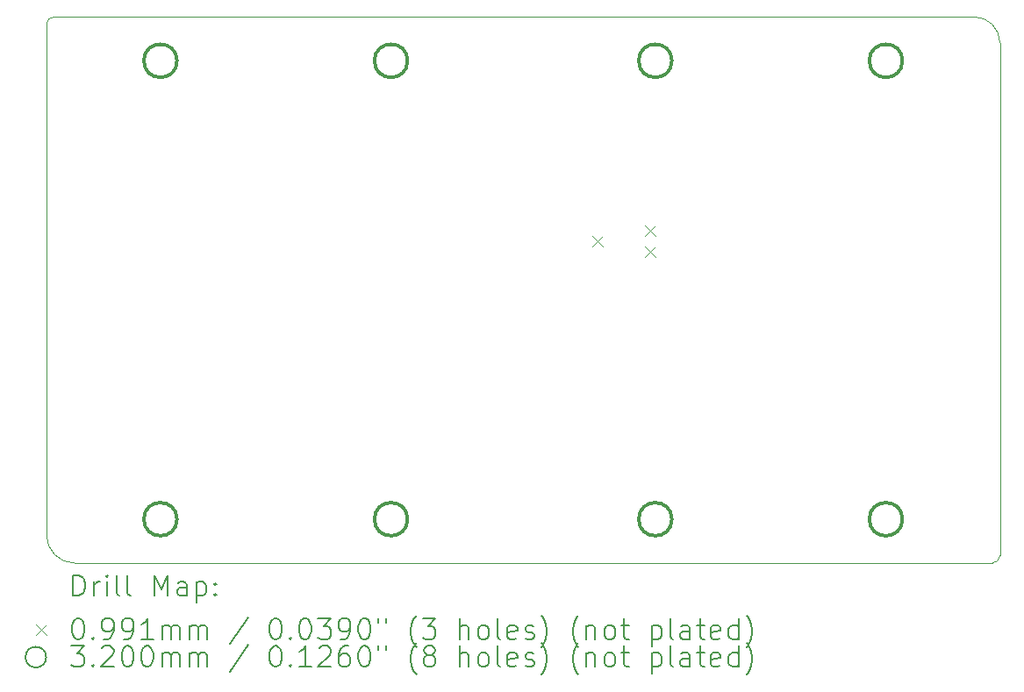
<source format=gbr>
%TF.GenerationSoftware,KiCad,Pcbnew,9.0.0*%
%TF.CreationDate,2025-03-19T00:35:25-07:00*%
%TF.ProjectId,Telemetry_STM32_V3,54656c65-6d65-4747-9279-5f53544d3332,rev?*%
%TF.SameCoordinates,Original*%
%TF.FileFunction,Drillmap*%
%TF.FilePolarity,Positive*%
%FSLAX45Y45*%
G04 Gerber Fmt 4.5, Leading zero omitted, Abs format (unit mm)*
G04 Created by KiCad (PCBNEW 9.0.0) date 2025-03-19 00:35:25*
%MOMM*%
%LPD*%
G01*
G04 APERTURE LIST*
%ADD10C,0.050000*%
%ADD11C,0.200000*%
%ADD12C,0.100000*%
%ADD13C,0.320000*%
G04 APERTURE END LIST*
D10*
X19350000Y-8550000D02*
G75*
G02*
X19600000Y-8800000I0J-250000D01*
G01*
X10400000Y-13550000D02*
X10400000Y-8625000D01*
X10400000Y-8625000D02*
G75*
G02*
X10475000Y-8550000I75000J0D01*
G01*
X10475000Y-8550000D02*
X19350000Y-8550000D01*
X10675000Y-13825000D02*
G75*
G02*
X10400000Y-13550000I0J275000D01*
G01*
X19600000Y-13750000D02*
G75*
G02*
X19525000Y-13825000I-75000J0D01*
G01*
X19600000Y-8800000D02*
X19600000Y-13750000D01*
X19525000Y-13825000D02*
X10675000Y-13825000D01*
D11*
D12*
X15669470Y-10663970D02*
X15768530Y-10763030D01*
X15768530Y-10663970D02*
X15669470Y-10763030D01*
X16177470Y-10562370D02*
X16276530Y-10661430D01*
X16276530Y-10562370D02*
X16177470Y-10661430D01*
X16177470Y-10765570D02*
X16276530Y-10864630D01*
X16276530Y-10765570D02*
X16177470Y-10864630D01*
D13*
X11660000Y-8975000D02*
G75*
G02*
X11340000Y-8975000I-160000J0D01*
G01*
X11340000Y-8975000D02*
G75*
G02*
X11660000Y-8975000I160000J0D01*
G01*
X11660000Y-13400000D02*
G75*
G02*
X11340000Y-13400000I-160000J0D01*
G01*
X11340000Y-13400000D02*
G75*
G02*
X11660000Y-13400000I160000J0D01*
G01*
X13885000Y-8975000D02*
G75*
G02*
X13565000Y-8975000I-160000J0D01*
G01*
X13565000Y-8975000D02*
G75*
G02*
X13885000Y-8975000I160000J0D01*
G01*
X13885000Y-13400000D02*
G75*
G02*
X13565000Y-13400000I-160000J0D01*
G01*
X13565000Y-13400000D02*
G75*
G02*
X13885000Y-13400000I160000J0D01*
G01*
X16435000Y-8975000D02*
G75*
G02*
X16115000Y-8975000I-160000J0D01*
G01*
X16115000Y-8975000D02*
G75*
G02*
X16435000Y-8975000I160000J0D01*
G01*
X16435000Y-13400000D02*
G75*
G02*
X16115000Y-13400000I-160000J0D01*
G01*
X16115000Y-13400000D02*
G75*
G02*
X16435000Y-13400000I160000J0D01*
G01*
X18660000Y-8975000D02*
G75*
G02*
X18340000Y-8975000I-160000J0D01*
G01*
X18340000Y-8975000D02*
G75*
G02*
X18660000Y-8975000I160000J0D01*
G01*
X18660000Y-13400000D02*
G75*
G02*
X18340000Y-13400000I-160000J0D01*
G01*
X18340000Y-13400000D02*
G75*
G02*
X18660000Y-13400000I160000J0D01*
G01*
D11*
X10658277Y-14138984D02*
X10658277Y-13938984D01*
X10658277Y-13938984D02*
X10705896Y-13938984D01*
X10705896Y-13938984D02*
X10734467Y-13948508D01*
X10734467Y-13948508D02*
X10753515Y-13967555D01*
X10753515Y-13967555D02*
X10763039Y-13986603D01*
X10763039Y-13986603D02*
X10772563Y-14024698D01*
X10772563Y-14024698D02*
X10772563Y-14053269D01*
X10772563Y-14053269D02*
X10763039Y-14091365D01*
X10763039Y-14091365D02*
X10753515Y-14110412D01*
X10753515Y-14110412D02*
X10734467Y-14129460D01*
X10734467Y-14129460D02*
X10705896Y-14138984D01*
X10705896Y-14138984D02*
X10658277Y-14138984D01*
X10858277Y-14138984D02*
X10858277Y-14005650D01*
X10858277Y-14043746D02*
X10867801Y-14024698D01*
X10867801Y-14024698D02*
X10877324Y-14015174D01*
X10877324Y-14015174D02*
X10896372Y-14005650D01*
X10896372Y-14005650D02*
X10915420Y-14005650D01*
X10982086Y-14138984D02*
X10982086Y-14005650D01*
X10982086Y-13938984D02*
X10972563Y-13948508D01*
X10972563Y-13948508D02*
X10982086Y-13958031D01*
X10982086Y-13958031D02*
X10991610Y-13948508D01*
X10991610Y-13948508D02*
X10982086Y-13938984D01*
X10982086Y-13938984D02*
X10982086Y-13958031D01*
X11105896Y-14138984D02*
X11086848Y-14129460D01*
X11086848Y-14129460D02*
X11077324Y-14110412D01*
X11077324Y-14110412D02*
X11077324Y-13938984D01*
X11210658Y-14138984D02*
X11191610Y-14129460D01*
X11191610Y-14129460D02*
X11182086Y-14110412D01*
X11182086Y-14110412D02*
X11182086Y-13938984D01*
X11439229Y-14138984D02*
X11439229Y-13938984D01*
X11439229Y-13938984D02*
X11505896Y-14081841D01*
X11505896Y-14081841D02*
X11572562Y-13938984D01*
X11572562Y-13938984D02*
X11572562Y-14138984D01*
X11753515Y-14138984D02*
X11753515Y-14034222D01*
X11753515Y-14034222D02*
X11743991Y-14015174D01*
X11743991Y-14015174D02*
X11724943Y-14005650D01*
X11724943Y-14005650D02*
X11686848Y-14005650D01*
X11686848Y-14005650D02*
X11667801Y-14015174D01*
X11753515Y-14129460D02*
X11734467Y-14138984D01*
X11734467Y-14138984D02*
X11686848Y-14138984D01*
X11686848Y-14138984D02*
X11667801Y-14129460D01*
X11667801Y-14129460D02*
X11658277Y-14110412D01*
X11658277Y-14110412D02*
X11658277Y-14091365D01*
X11658277Y-14091365D02*
X11667801Y-14072317D01*
X11667801Y-14072317D02*
X11686848Y-14062793D01*
X11686848Y-14062793D02*
X11734467Y-14062793D01*
X11734467Y-14062793D02*
X11753515Y-14053269D01*
X11848753Y-14005650D02*
X11848753Y-14205650D01*
X11848753Y-14015174D02*
X11867801Y-14005650D01*
X11867801Y-14005650D02*
X11905896Y-14005650D01*
X11905896Y-14005650D02*
X11924943Y-14015174D01*
X11924943Y-14015174D02*
X11934467Y-14024698D01*
X11934467Y-14024698D02*
X11943991Y-14043746D01*
X11943991Y-14043746D02*
X11943991Y-14100888D01*
X11943991Y-14100888D02*
X11934467Y-14119936D01*
X11934467Y-14119936D02*
X11924943Y-14129460D01*
X11924943Y-14129460D02*
X11905896Y-14138984D01*
X11905896Y-14138984D02*
X11867801Y-14138984D01*
X11867801Y-14138984D02*
X11848753Y-14129460D01*
X12029705Y-14119936D02*
X12039229Y-14129460D01*
X12039229Y-14129460D02*
X12029705Y-14138984D01*
X12029705Y-14138984D02*
X12020182Y-14129460D01*
X12020182Y-14129460D02*
X12029705Y-14119936D01*
X12029705Y-14119936D02*
X12029705Y-14138984D01*
X12029705Y-14015174D02*
X12039229Y-14024698D01*
X12039229Y-14024698D02*
X12029705Y-14034222D01*
X12029705Y-14034222D02*
X12020182Y-14024698D01*
X12020182Y-14024698D02*
X12029705Y-14015174D01*
X12029705Y-14015174D02*
X12029705Y-14034222D01*
D12*
X10298440Y-14417970D02*
X10397500Y-14517030D01*
X10397500Y-14417970D02*
X10298440Y-14517030D01*
D11*
X10696372Y-14358984D02*
X10715420Y-14358984D01*
X10715420Y-14358984D02*
X10734467Y-14368508D01*
X10734467Y-14368508D02*
X10743991Y-14378031D01*
X10743991Y-14378031D02*
X10753515Y-14397079D01*
X10753515Y-14397079D02*
X10763039Y-14435174D01*
X10763039Y-14435174D02*
X10763039Y-14482793D01*
X10763039Y-14482793D02*
X10753515Y-14520888D01*
X10753515Y-14520888D02*
X10743991Y-14539936D01*
X10743991Y-14539936D02*
X10734467Y-14549460D01*
X10734467Y-14549460D02*
X10715420Y-14558984D01*
X10715420Y-14558984D02*
X10696372Y-14558984D01*
X10696372Y-14558984D02*
X10677324Y-14549460D01*
X10677324Y-14549460D02*
X10667801Y-14539936D01*
X10667801Y-14539936D02*
X10658277Y-14520888D01*
X10658277Y-14520888D02*
X10648753Y-14482793D01*
X10648753Y-14482793D02*
X10648753Y-14435174D01*
X10648753Y-14435174D02*
X10658277Y-14397079D01*
X10658277Y-14397079D02*
X10667801Y-14378031D01*
X10667801Y-14378031D02*
X10677324Y-14368508D01*
X10677324Y-14368508D02*
X10696372Y-14358984D01*
X10848753Y-14539936D02*
X10858277Y-14549460D01*
X10858277Y-14549460D02*
X10848753Y-14558984D01*
X10848753Y-14558984D02*
X10839229Y-14549460D01*
X10839229Y-14549460D02*
X10848753Y-14539936D01*
X10848753Y-14539936D02*
X10848753Y-14558984D01*
X10953515Y-14558984D02*
X10991610Y-14558984D01*
X10991610Y-14558984D02*
X11010658Y-14549460D01*
X11010658Y-14549460D02*
X11020182Y-14539936D01*
X11020182Y-14539936D02*
X11039229Y-14511365D01*
X11039229Y-14511365D02*
X11048753Y-14473269D01*
X11048753Y-14473269D02*
X11048753Y-14397079D01*
X11048753Y-14397079D02*
X11039229Y-14378031D01*
X11039229Y-14378031D02*
X11029705Y-14368508D01*
X11029705Y-14368508D02*
X11010658Y-14358984D01*
X11010658Y-14358984D02*
X10972563Y-14358984D01*
X10972563Y-14358984D02*
X10953515Y-14368508D01*
X10953515Y-14368508D02*
X10943991Y-14378031D01*
X10943991Y-14378031D02*
X10934467Y-14397079D01*
X10934467Y-14397079D02*
X10934467Y-14444698D01*
X10934467Y-14444698D02*
X10943991Y-14463746D01*
X10943991Y-14463746D02*
X10953515Y-14473269D01*
X10953515Y-14473269D02*
X10972563Y-14482793D01*
X10972563Y-14482793D02*
X11010658Y-14482793D01*
X11010658Y-14482793D02*
X11029705Y-14473269D01*
X11029705Y-14473269D02*
X11039229Y-14463746D01*
X11039229Y-14463746D02*
X11048753Y-14444698D01*
X11143991Y-14558984D02*
X11182086Y-14558984D01*
X11182086Y-14558984D02*
X11201134Y-14549460D01*
X11201134Y-14549460D02*
X11210658Y-14539936D01*
X11210658Y-14539936D02*
X11229705Y-14511365D01*
X11229705Y-14511365D02*
X11239229Y-14473269D01*
X11239229Y-14473269D02*
X11239229Y-14397079D01*
X11239229Y-14397079D02*
X11229705Y-14378031D01*
X11229705Y-14378031D02*
X11220182Y-14368508D01*
X11220182Y-14368508D02*
X11201134Y-14358984D01*
X11201134Y-14358984D02*
X11163039Y-14358984D01*
X11163039Y-14358984D02*
X11143991Y-14368508D01*
X11143991Y-14368508D02*
X11134467Y-14378031D01*
X11134467Y-14378031D02*
X11124944Y-14397079D01*
X11124944Y-14397079D02*
X11124944Y-14444698D01*
X11124944Y-14444698D02*
X11134467Y-14463746D01*
X11134467Y-14463746D02*
X11143991Y-14473269D01*
X11143991Y-14473269D02*
X11163039Y-14482793D01*
X11163039Y-14482793D02*
X11201134Y-14482793D01*
X11201134Y-14482793D02*
X11220182Y-14473269D01*
X11220182Y-14473269D02*
X11229705Y-14463746D01*
X11229705Y-14463746D02*
X11239229Y-14444698D01*
X11429705Y-14558984D02*
X11315420Y-14558984D01*
X11372562Y-14558984D02*
X11372562Y-14358984D01*
X11372562Y-14358984D02*
X11353515Y-14387555D01*
X11353515Y-14387555D02*
X11334467Y-14406603D01*
X11334467Y-14406603D02*
X11315420Y-14416127D01*
X11515420Y-14558984D02*
X11515420Y-14425650D01*
X11515420Y-14444698D02*
X11524943Y-14435174D01*
X11524943Y-14435174D02*
X11543991Y-14425650D01*
X11543991Y-14425650D02*
X11572563Y-14425650D01*
X11572563Y-14425650D02*
X11591610Y-14435174D01*
X11591610Y-14435174D02*
X11601134Y-14454222D01*
X11601134Y-14454222D02*
X11601134Y-14558984D01*
X11601134Y-14454222D02*
X11610658Y-14435174D01*
X11610658Y-14435174D02*
X11629705Y-14425650D01*
X11629705Y-14425650D02*
X11658277Y-14425650D01*
X11658277Y-14425650D02*
X11677324Y-14435174D01*
X11677324Y-14435174D02*
X11686848Y-14454222D01*
X11686848Y-14454222D02*
X11686848Y-14558984D01*
X11782086Y-14558984D02*
X11782086Y-14425650D01*
X11782086Y-14444698D02*
X11791610Y-14435174D01*
X11791610Y-14435174D02*
X11810658Y-14425650D01*
X11810658Y-14425650D02*
X11839229Y-14425650D01*
X11839229Y-14425650D02*
X11858277Y-14435174D01*
X11858277Y-14435174D02*
X11867801Y-14454222D01*
X11867801Y-14454222D02*
X11867801Y-14558984D01*
X11867801Y-14454222D02*
X11877324Y-14435174D01*
X11877324Y-14435174D02*
X11896372Y-14425650D01*
X11896372Y-14425650D02*
X11924943Y-14425650D01*
X11924943Y-14425650D02*
X11943991Y-14435174D01*
X11943991Y-14435174D02*
X11953515Y-14454222D01*
X11953515Y-14454222D02*
X11953515Y-14558984D01*
X12343991Y-14349460D02*
X12172563Y-14606603D01*
X12601134Y-14358984D02*
X12620182Y-14358984D01*
X12620182Y-14358984D02*
X12639229Y-14368508D01*
X12639229Y-14368508D02*
X12648753Y-14378031D01*
X12648753Y-14378031D02*
X12658277Y-14397079D01*
X12658277Y-14397079D02*
X12667801Y-14435174D01*
X12667801Y-14435174D02*
X12667801Y-14482793D01*
X12667801Y-14482793D02*
X12658277Y-14520888D01*
X12658277Y-14520888D02*
X12648753Y-14539936D01*
X12648753Y-14539936D02*
X12639229Y-14549460D01*
X12639229Y-14549460D02*
X12620182Y-14558984D01*
X12620182Y-14558984D02*
X12601134Y-14558984D01*
X12601134Y-14558984D02*
X12582086Y-14549460D01*
X12582086Y-14549460D02*
X12572563Y-14539936D01*
X12572563Y-14539936D02*
X12563039Y-14520888D01*
X12563039Y-14520888D02*
X12553515Y-14482793D01*
X12553515Y-14482793D02*
X12553515Y-14435174D01*
X12553515Y-14435174D02*
X12563039Y-14397079D01*
X12563039Y-14397079D02*
X12572563Y-14378031D01*
X12572563Y-14378031D02*
X12582086Y-14368508D01*
X12582086Y-14368508D02*
X12601134Y-14358984D01*
X12753515Y-14539936D02*
X12763039Y-14549460D01*
X12763039Y-14549460D02*
X12753515Y-14558984D01*
X12753515Y-14558984D02*
X12743991Y-14549460D01*
X12743991Y-14549460D02*
X12753515Y-14539936D01*
X12753515Y-14539936D02*
X12753515Y-14558984D01*
X12886848Y-14358984D02*
X12905896Y-14358984D01*
X12905896Y-14358984D02*
X12924944Y-14368508D01*
X12924944Y-14368508D02*
X12934467Y-14378031D01*
X12934467Y-14378031D02*
X12943991Y-14397079D01*
X12943991Y-14397079D02*
X12953515Y-14435174D01*
X12953515Y-14435174D02*
X12953515Y-14482793D01*
X12953515Y-14482793D02*
X12943991Y-14520888D01*
X12943991Y-14520888D02*
X12934467Y-14539936D01*
X12934467Y-14539936D02*
X12924944Y-14549460D01*
X12924944Y-14549460D02*
X12905896Y-14558984D01*
X12905896Y-14558984D02*
X12886848Y-14558984D01*
X12886848Y-14558984D02*
X12867801Y-14549460D01*
X12867801Y-14549460D02*
X12858277Y-14539936D01*
X12858277Y-14539936D02*
X12848753Y-14520888D01*
X12848753Y-14520888D02*
X12839229Y-14482793D01*
X12839229Y-14482793D02*
X12839229Y-14435174D01*
X12839229Y-14435174D02*
X12848753Y-14397079D01*
X12848753Y-14397079D02*
X12858277Y-14378031D01*
X12858277Y-14378031D02*
X12867801Y-14368508D01*
X12867801Y-14368508D02*
X12886848Y-14358984D01*
X13020182Y-14358984D02*
X13143991Y-14358984D01*
X13143991Y-14358984D02*
X13077325Y-14435174D01*
X13077325Y-14435174D02*
X13105896Y-14435174D01*
X13105896Y-14435174D02*
X13124944Y-14444698D01*
X13124944Y-14444698D02*
X13134467Y-14454222D01*
X13134467Y-14454222D02*
X13143991Y-14473269D01*
X13143991Y-14473269D02*
X13143991Y-14520888D01*
X13143991Y-14520888D02*
X13134467Y-14539936D01*
X13134467Y-14539936D02*
X13124944Y-14549460D01*
X13124944Y-14549460D02*
X13105896Y-14558984D01*
X13105896Y-14558984D02*
X13048753Y-14558984D01*
X13048753Y-14558984D02*
X13029706Y-14549460D01*
X13029706Y-14549460D02*
X13020182Y-14539936D01*
X13239229Y-14558984D02*
X13277325Y-14558984D01*
X13277325Y-14558984D02*
X13296372Y-14549460D01*
X13296372Y-14549460D02*
X13305896Y-14539936D01*
X13305896Y-14539936D02*
X13324944Y-14511365D01*
X13324944Y-14511365D02*
X13334467Y-14473269D01*
X13334467Y-14473269D02*
X13334467Y-14397079D01*
X13334467Y-14397079D02*
X13324944Y-14378031D01*
X13324944Y-14378031D02*
X13315420Y-14368508D01*
X13315420Y-14368508D02*
X13296372Y-14358984D01*
X13296372Y-14358984D02*
X13258277Y-14358984D01*
X13258277Y-14358984D02*
X13239229Y-14368508D01*
X13239229Y-14368508D02*
X13229706Y-14378031D01*
X13229706Y-14378031D02*
X13220182Y-14397079D01*
X13220182Y-14397079D02*
X13220182Y-14444698D01*
X13220182Y-14444698D02*
X13229706Y-14463746D01*
X13229706Y-14463746D02*
X13239229Y-14473269D01*
X13239229Y-14473269D02*
X13258277Y-14482793D01*
X13258277Y-14482793D02*
X13296372Y-14482793D01*
X13296372Y-14482793D02*
X13315420Y-14473269D01*
X13315420Y-14473269D02*
X13324944Y-14463746D01*
X13324944Y-14463746D02*
X13334467Y-14444698D01*
X13458277Y-14358984D02*
X13477325Y-14358984D01*
X13477325Y-14358984D02*
X13496372Y-14368508D01*
X13496372Y-14368508D02*
X13505896Y-14378031D01*
X13505896Y-14378031D02*
X13515420Y-14397079D01*
X13515420Y-14397079D02*
X13524944Y-14435174D01*
X13524944Y-14435174D02*
X13524944Y-14482793D01*
X13524944Y-14482793D02*
X13515420Y-14520888D01*
X13515420Y-14520888D02*
X13505896Y-14539936D01*
X13505896Y-14539936D02*
X13496372Y-14549460D01*
X13496372Y-14549460D02*
X13477325Y-14558984D01*
X13477325Y-14558984D02*
X13458277Y-14558984D01*
X13458277Y-14558984D02*
X13439229Y-14549460D01*
X13439229Y-14549460D02*
X13429706Y-14539936D01*
X13429706Y-14539936D02*
X13420182Y-14520888D01*
X13420182Y-14520888D02*
X13410658Y-14482793D01*
X13410658Y-14482793D02*
X13410658Y-14435174D01*
X13410658Y-14435174D02*
X13420182Y-14397079D01*
X13420182Y-14397079D02*
X13429706Y-14378031D01*
X13429706Y-14378031D02*
X13439229Y-14368508D01*
X13439229Y-14368508D02*
X13458277Y-14358984D01*
X13601134Y-14358984D02*
X13601134Y-14397079D01*
X13677325Y-14358984D02*
X13677325Y-14397079D01*
X13972563Y-14635174D02*
X13963039Y-14625650D01*
X13963039Y-14625650D02*
X13943991Y-14597079D01*
X13943991Y-14597079D02*
X13934468Y-14578031D01*
X13934468Y-14578031D02*
X13924944Y-14549460D01*
X13924944Y-14549460D02*
X13915420Y-14501841D01*
X13915420Y-14501841D02*
X13915420Y-14463746D01*
X13915420Y-14463746D02*
X13924944Y-14416127D01*
X13924944Y-14416127D02*
X13934468Y-14387555D01*
X13934468Y-14387555D02*
X13943991Y-14368508D01*
X13943991Y-14368508D02*
X13963039Y-14339936D01*
X13963039Y-14339936D02*
X13972563Y-14330412D01*
X14029706Y-14358984D02*
X14153515Y-14358984D01*
X14153515Y-14358984D02*
X14086848Y-14435174D01*
X14086848Y-14435174D02*
X14115420Y-14435174D01*
X14115420Y-14435174D02*
X14134468Y-14444698D01*
X14134468Y-14444698D02*
X14143991Y-14454222D01*
X14143991Y-14454222D02*
X14153515Y-14473269D01*
X14153515Y-14473269D02*
X14153515Y-14520888D01*
X14153515Y-14520888D02*
X14143991Y-14539936D01*
X14143991Y-14539936D02*
X14134468Y-14549460D01*
X14134468Y-14549460D02*
X14115420Y-14558984D01*
X14115420Y-14558984D02*
X14058277Y-14558984D01*
X14058277Y-14558984D02*
X14039229Y-14549460D01*
X14039229Y-14549460D02*
X14029706Y-14539936D01*
X14391610Y-14558984D02*
X14391610Y-14358984D01*
X14477325Y-14558984D02*
X14477325Y-14454222D01*
X14477325Y-14454222D02*
X14467801Y-14435174D01*
X14467801Y-14435174D02*
X14448753Y-14425650D01*
X14448753Y-14425650D02*
X14420182Y-14425650D01*
X14420182Y-14425650D02*
X14401134Y-14435174D01*
X14401134Y-14435174D02*
X14391610Y-14444698D01*
X14601134Y-14558984D02*
X14582087Y-14549460D01*
X14582087Y-14549460D02*
X14572563Y-14539936D01*
X14572563Y-14539936D02*
X14563039Y-14520888D01*
X14563039Y-14520888D02*
X14563039Y-14463746D01*
X14563039Y-14463746D02*
X14572563Y-14444698D01*
X14572563Y-14444698D02*
X14582087Y-14435174D01*
X14582087Y-14435174D02*
X14601134Y-14425650D01*
X14601134Y-14425650D02*
X14629706Y-14425650D01*
X14629706Y-14425650D02*
X14648753Y-14435174D01*
X14648753Y-14435174D02*
X14658277Y-14444698D01*
X14658277Y-14444698D02*
X14667801Y-14463746D01*
X14667801Y-14463746D02*
X14667801Y-14520888D01*
X14667801Y-14520888D02*
X14658277Y-14539936D01*
X14658277Y-14539936D02*
X14648753Y-14549460D01*
X14648753Y-14549460D02*
X14629706Y-14558984D01*
X14629706Y-14558984D02*
X14601134Y-14558984D01*
X14782087Y-14558984D02*
X14763039Y-14549460D01*
X14763039Y-14549460D02*
X14753515Y-14530412D01*
X14753515Y-14530412D02*
X14753515Y-14358984D01*
X14934468Y-14549460D02*
X14915420Y-14558984D01*
X14915420Y-14558984D02*
X14877325Y-14558984D01*
X14877325Y-14558984D02*
X14858277Y-14549460D01*
X14858277Y-14549460D02*
X14848753Y-14530412D01*
X14848753Y-14530412D02*
X14848753Y-14454222D01*
X14848753Y-14454222D02*
X14858277Y-14435174D01*
X14858277Y-14435174D02*
X14877325Y-14425650D01*
X14877325Y-14425650D02*
X14915420Y-14425650D01*
X14915420Y-14425650D02*
X14934468Y-14435174D01*
X14934468Y-14435174D02*
X14943991Y-14454222D01*
X14943991Y-14454222D02*
X14943991Y-14473269D01*
X14943991Y-14473269D02*
X14848753Y-14492317D01*
X15020182Y-14549460D02*
X15039230Y-14558984D01*
X15039230Y-14558984D02*
X15077325Y-14558984D01*
X15077325Y-14558984D02*
X15096372Y-14549460D01*
X15096372Y-14549460D02*
X15105896Y-14530412D01*
X15105896Y-14530412D02*
X15105896Y-14520888D01*
X15105896Y-14520888D02*
X15096372Y-14501841D01*
X15096372Y-14501841D02*
X15077325Y-14492317D01*
X15077325Y-14492317D02*
X15048753Y-14492317D01*
X15048753Y-14492317D02*
X15029706Y-14482793D01*
X15029706Y-14482793D02*
X15020182Y-14463746D01*
X15020182Y-14463746D02*
X15020182Y-14454222D01*
X15020182Y-14454222D02*
X15029706Y-14435174D01*
X15029706Y-14435174D02*
X15048753Y-14425650D01*
X15048753Y-14425650D02*
X15077325Y-14425650D01*
X15077325Y-14425650D02*
X15096372Y-14435174D01*
X15172563Y-14635174D02*
X15182087Y-14625650D01*
X15182087Y-14625650D02*
X15201134Y-14597079D01*
X15201134Y-14597079D02*
X15210658Y-14578031D01*
X15210658Y-14578031D02*
X15220182Y-14549460D01*
X15220182Y-14549460D02*
X15229706Y-14501841D01*
X15229706Y-14501841D02*
X15229706Y-14463746D01*
X15229706Y-14463746D02*
X15220182Y-14416127D01*
X15220182Y-14416127D02*
X15210658Y-14387555D01*
X15210658Y-14387555D02*
X15201134Y-14368508D01*
X15201134Y-14368508D02*
X15182087Y-14339936D01*
X15182087Y-14339936D02*
X15172563Y-14330412D01*
X15534468Y-14635174D02*
X15524944Y-14625650D01*
X15524944Y-14625650D02*
X15505896Y-14597079D01*
X15505896Y-14597079D02*
X15496372Y-14578031D01*
X15496372Y-14578031D02*
X15486849Y-14549460D01*
X15486849Y-14549460D02*
X15477325Y-14501841D01*
X15477325Y-14501841D02*
X15477325Y-14463746D01*
X15477325Y-14463746D02*
X15486849Y-14416127D01*
X15486849Y-14416127D02*
X15496372Y-14387555D01*
X15496372Y-14387555D02*
X15505896Y-14368508D01*
X15505896Y-14368508D02*
X15524944Y-14339936D01*
X15524944Y-14339936D02*
X15534468Y-14330412D01*
X15610658Y-14425650D02*
X15610658Y-14558984D01*
X15610658Y-14444698D02*
X15620182Y-14435174D01*
X15620182Y-14435174D02*
X15639230Y-14425650D01*
X15639230Y-14425650D02*
X15667801Y-14425650D01*
X15667801Y-14425650D02*
X15686849Y-14435174D01*
X15686849Y-14435174D02*
X15696372Y-14454222D01*
X15696372Y-14454222D02*
X15696372Y-14558984D01*
X15820182Y-14558984D02*
X15801134Y-14549460D01*
X15801134Y-14549460D02*
X15791611Y-14539936D01*
X15791611Y-14539936D02*
X15782087Y-14520888D01*
X15782087Y-14520888D02*
X15782087Y-14463746D01*
X15782087Y-14463746D02*
X15791611Y-14444698D01*
X15791611Y-14444698D02*
X15801134Y-14435174D01*
X15801134Y-14435174D02*
X15820182Y-14425650D01*
X15820182Y-14425650D02*
X15848753Y-14425650D01*
X15848753Y-14425650D02*
X15867801Y-14435174D01*
X15867801Y-14435174D02*
X15877325Y-14444698D01*
X15877325Y-14444698D02*
X15886849Y-14463746D01*
X15886849Y-14463746D02*
X15886849Y-14520888D01*
X15886849Y-14520888D02*
X15877325Y-14539936D01*
X15877325Y-14539936D02*
X15867801Y-14549460D01*
X15867801Y-14549460D02*
X15848753Y-14558984D01*
X15848753Y-14558984D02*
X15820182Y-14558984D01*
X15943992Y-14425650D02*
X16020182Y-14425650D01*
X15972563Y-14358984D02*
X15972563Y-14530412D01*
X15972563Y-14530412D02*
X15982087Y-14549460D01*
X15982087Y-14549460D02*
X16001134Y-14558984D01*
X16001134Y-14558984D02*
X16020182Y-14558984D01*
X16239230Y-14425650D02*
X16239230Y-14625650D01*
X16239230Y-14435174D02*
X16258277Y-14425650D01*
X16258277Y-14425650D02*
X16296373Y-14425650D01*
X16296373Y-14425650D02*
X16315420Y-14435174D01*
X16315420Y-14435174D02*
X16324944Y-14444698D01*
X16324944Y-14444698D02*
X16334468Y-14463746D01*
X16334468Y-14463746D02*
X16334468Y-14520888D01*
X16334468Y-14520888D02*
X16324944Y-14539936D01*
X16324944Y-14539936D02*
X16315420Y-14549460D01*
X16315420Y-14549460D02*
X16296373Y-14558984D01*
X16296373Y-14558984D02*
X16258277Y-14558984D01*
X16258277Y-14558984D02*
X16239230Y-14549460D01*
X16448753Y-14558984D02*
X16429706Y-14549460D01*
X16429706Y-14549460D02*
X16420182Y-14530412D01*
X16420182Y-14530412D02*
X16420182Y-14358984D01*
X16610658Y-14558984D02*
X16610658Y-14454222D01*
X16610658Y-14454222D02*
X16601134Y-14435174D01*
X16601134Y-14435174D02*
X16582087Y-14425650D01*
X16582087Y-14425650D02*
X16543992Y-14425650D01*
X16543992Y-14425650D02*
X16524944Y-14435174D01*
X16610658Y-14549460D02*
X16591611Y-14558984D01*
X16591611Y-14558984D02*
X16543992Y-14558984D01*
X16543992Y-14558984D02*
X16524944Y-14549460D01*
X16524944Y-14549460D02*
X16515420Y-14530412D01*
X16515420Y-14530412D02*
X16515420Y-14511365D01*
X16515420Y-14511365D02*
X16524944Y-14492317D01*
X16524944Y-14492317D02*
X16543992Y-14482793D01*
X16543992Y-14482793D02*
X16591611Y-14482793D01*
X16591611Y-14482793D02*
X16610658Y-14473269D01*
X16677325Y-14425650D02*
X16753515Y-14425650D01*
X16705896Y-14358984D02*
X16705896Y-14530412D01*
X16705896Y-14530412D02*
X16715420Y-14549460D01*
X16715420Y-14549460D02*
X16734468Y-14558984D01*
X16734468Y-14558984D02*
X16753515Y-14558984D01*
X16896373Y-14549460D02*
X16877325Y-14558984D01*
X16877325Y-14558984D02*
X16839230Y-14558984D01*
X16839230Y-14558984D02*
X16820182Y-14549460D01*
X16820182Y-14549460D02*
X16810658Y-14530412D01*
X16810658Y-14530412D02*
X16810658Y-14454222D01*
X16810658Y-14454222D02*
X16820182Y-14435174D01*
X16820182Y-14435174D02*
X16839230Y-14425650D01*
X16839230Y-14425650D02*
X16877325Y-14425650D01*
X16877325Y-14425650D02*
X16896373Y-14435174D01*
X16896373Y-14435174D02*
X16905896Y-14454222D01*
X16905896Y-14454222D02*
X16905896Y-14473269D01*
X16905896Y-14473269D02*
X16810658Y-14492317D01*
X17077325Y-14558984D02*
X17077325Y-14358984D01*
X17077325Y-14549460D02*
X17058277Y-14558984D01*
X17058277Y-14558984D02*
X17020182Y-14558984D01*
X17020182Y-14558984D02*
X17001135Y-14549460D01*
X17001135Y-14549460D02*
X16991611Y-14539936D01*
X16991611Y-14539936D02*
X16982087Y-14520888D01*
X16982087Y-14520888D02*
X16982087Y-14463746D01*
X16982087Y-14463746D02*
X16991611Y-14444698D01*
X16991611Y-14444698D02*
X17001135Y-14435174D01*
X17001135Y-14435174D02*
X17020182Y-14425650D01*
X17020182Y-14425650D02*
X17058277Y-14425650D01*
X17058277Y-14425650D02*
X17077325Y-14435174D01*
X17153516Y-14635174D02*
X17163039Y-14625650D01*
X17163039Y-14625650D02*
X17182087Y-14597079D01*
X17182087Y-14597079D02*
X17191611Y-14578031D01*
X17191611Y-14578031D02*
X17201135Y-14549460D01*
X17201135Y-14549460D02*
X17210658Y-14501841D01*
X17210658Y-14501841D02*
X17210658Y-14463746D01*
X17210658Y-14463746D02*
X17201135Y-14416127D01*
X17201135Y-14416127D02*
X17191611Y-14387555D01*
X17191611Y-14387555D02*
X17182087Y-14368508D01*
X17182087Y-14368508D02*
X17163039Y-14339936D01*
X17163039Y-14339936D02*
X17153516Y-14330412D01*
X10397500Y-14731500D02*
G75*
G02*
X10197500Y-14731500I-100000J0D01*
G01*
X10197500Y-14731500D02*
G75*
G02*
X10397500Y-14731500I100000J0D01*
G01*
X10639229Y-14622984D02*
X10763039Y-14622984D01*
X10763039Y-14622984D02*
X10696372Y-14699174D01*
X10696372Y-14699174D02*
X10724944Y-14699174D01*
X10724944Y-14699174D02*
X10743991Y-14708698D01*
X10743991Y-14708698D02*
X10753515Y-14718222D01*
X10753515Y-14718222D02*
X10763039Y-14737269D01*
X10763039Y-14737269D02*
X10763039Y-14784888D01*
X10763039Y-14784888D02*
X10753515Y-14803936D01*
X10753515Y-14803936D02*
X10743991Y-14813460D01*
X10743991Y-14813460D02*
X10724944Y-14822984D01*
X10724944Y-14822984D02*
X10667801Y-14822984D01*
X10667801Y-14822984D02*
X10648753Y-14813460D01*
X10648753Y-14813460D02*
X10639229Y-14803936D01*
X10848753Y-14803936D02*
X10858277Y-14813460D01*
X10858277Y-14813460D02*
X10848753Y-14822984D01*
X10848753Y-14822984D02*
X10839229Y-14813460D01*
X10839229Y-14813460D02*
X10848753Y-14803936D01*
X10848753Y-14803936D02*
X10848753Y-14822984D01*
X10934467Y-14642031D02*
X10943991Y-14632508D01*
X10943991Y-14632508D02*
X10963039Y-14622984D01*
X10963039Y-14622984D02*
X11010658Y-14622984D01*
X11010658Y-14622984D02*
X11029705Y-14632508D01*
X11029705Y-14632508D02*
X11039229Y-14642031D01*
X11039229Y-14642031D02*
X11048753Y-14661079D01*
X11048753Y-14661079D02*
X11048753Y-14680127D01*
X11048753Y-14680127D02*
X11039229Y-14708698D01*
X11039229Y-14708698D02*
X10924944Y-14822984D01*
X10924944Y-14822984D02*
X11048753Y-14822984D01*
X11172563Y-14622984D02*
X11191610Y-14622984D01*
X11191610Y-14622984D02*
X11210658Y-14632508D01*
X11210658Y-14632508D02*
X11220182Y-14642031D01*
X11220182Y-14642031D02*
X11229705Y-14661079D01*
X11229705Y-14661079D02*
X11239229Y-14699174D01*
X11239229Y-14699174D02*
X11239229Y-14746793D01*
X11239229Y-14746793D02*
X11229705Y-14784888D01*
X11229705Y-14784888D02*
X11220182Y-14803936D01*
X11220182Y-14803936D02*
X11210658Y-14813460D01*
X11210658Y-14813460D02*
X11191610Y-14822984D01*
X11191610Y-14822984D02*
X11172563Y-14822984D01*
X11172563Y-14822984D02*
X11153515Y-14813460D01*
X11153515Y-14813460D02*
X11143991Y-14803936D01*
X11143991Y-14803936D02*
X11134467Y-14784888D01*
X11134467Y-14784888D02*
X11124944Y-14746793D01*
X11124944Y-14746793D02*
X11124944Y-14699174D01*
X11124944Y-14699174D02*
X11134467Y-14661079D01*
X11134467Y-14661079D02*
X11143991Y-14642031D01*
X11143991Y-14642031D02*
X11153515Y-14632508D01*
X11153515Y-14632508D02*
X11172563Y-14622984D01*
X11363039Y-14622984D02*
X11382086Y-14622984D01*
X11382086Y-14622984D02*
X11401134Y-14632508D01*
X11401134Y-14632508D02*
X11410658Y-14642031D01*
X11410658Y-14642031D02*
X11420182Y-14661079D01*
X11420182Y-14661079D02*
X11429705Y-14699174D01*
X11429705Y-14699174D02*
X11429705Y-14746793D01*
X11429705Y-14746793D02*
X11420182Y-14784888D01*
X11420182Y-14784888D02*
X11410658Y-14803936D01*
X11410658Y-14803936D02*
X11401134Y-14813460D01*
X11401134Y-14813460D02*
X11382086Y-14822984D01*
X11382086Y-14822984D02*
X11363039Y-14822984D01*
X11363039Y-14822984D02*
X11343991Y-14813460D01*
X11343991Y-14813460D02*
X11334467Y-14803936D01*
X11334467Y-14803936D02*
X11324943Y-14784888D01*
X11324943Y-14784888D02*
X11315420Y-14746793D01*
X11315420Y-14746793D02*
X11315420Y-14699174D01*
X11315420Y-14699174D02*
X11324943Y-14661079D01*
X11324943Y-14661079D02*
X11334467Y-14642031D01*
X11334467Y-14642031D02*
X11343991Y-14632508D01*
X11343991Y-14632508D02*
X11363039Y-14622984D01*
X11515420Y-14822984D02*
X11515420Y-14689650D01*
X11515420Y-14708698D02*
X11524943Y-14699174D01*
X11524943Y-14699174D02*
X11543991Y-14689650D01*
X11543991Y-14689650D02*
X11572563Y-14689650D01*
X11572563Y-14689650D02*
X11591610Y-14699174D01*
X11591610Y-14699174D02*
X11601134Y-14718222D01*
X11601134Y-14718222D02*
X11601134Y-14822984D01*
X11601134Y-14718222D02*
X11610658Y-14699174D01*
X11610658Y-14699174D02*
X11629705Y-14689650D01*
X11629705Y-14689650D02*
X11658277Y-14689650D01*
X11658277Y-14689650D02*
X11677324Y-14699174D01*
X11677324Y-14699174D02*
X11686848Y-14718222D01*
X11686848Y-14718222D02*
X11686848Y-14822984D01*
X11782086Y-14822984D02*
X11782086Y-14689650D01*
X11782086Y-14708698D02*
X11791610Y-14699174D01*
X11791610Y-14699174D02*
X11810658Y-14689650D01*
X11810658Y-14689650D02*
X11839229Y-14689650D01*
X11839229Y-14689650D02*
X11858277Y-14699174D01*
X11858277Y-14699174D02*
X11867801Y-14718222D01*
X11867801Y-14718222D02*
X11867801Y-14822984D01*
X11867801Y-14718222D02*
X11877324Y-14699174D01*
X11877324Y-14699174D02*
X11896372Y-14689650D01*
X11896372Y-14689650D02*
X11924943Y-14689650D01*
X11924943Y-14689650D02*
X11943991Y-14699174D01*
X11943991Y-14699174D02*
X11953515Y-14718222D01*
X11953515Y-14718222D02*
X11953515Y-14822984D01*
X12343991Y-14613460D02*
X12172563Y-14870603D01*
X12601134Y-14622984D02*
X12620182Y-14622984D01*
X12620182Y-14622984D02*
X12639229Y-14632508D01*
X12639229Y-14632508D02*
X12648753Y-14642031D01*
X12648753Y-14642031D02*
X12658277Y-14661079D01*
X12658277Y-14661079D02*
X12667801Y-14699174D01*
X12667801Y-14699174D02*
X12667801Y-14746793D01*
X12667801Y-14746793D02*
X12658277Y-14784888D01*
X12658277Y-14784888D02*
X12648753Y-14803936D01*
X12648753Y-14803936D02*
X12639229Y-14813460D01*
X12639229Y-14813460D02*
X12620182Y-14822984D01*
X12620182Y-14822984D02*
X12601134Y-14822984D01*
X12601134Y-14822984D02*
X12582086Y-14813460D01*
X12582086Y-14813460D02*
X12572563Y-14803936D01*
X12572563Y-14803936D02*
X12563039Y-14784888D01*
X12563039Y-14784888D02*
X12553515Y-14746793D01*
X12553515Y-14746793D02*
X12553515Y-14699174D01*
X12553515Y-14699174D02*
X12563039Y-14661079D01*
X12563039Y-14661079D02*
X12572563Y-14642031D01*
X12572563Y-14642031D02*
X12582086Y-14632508D01*
X12582086Y-14632508D02*
X12601134Y-14622984D01*
X12753515Y-14803936D02*
X12763039Y-14813460D01*
X12763039Y-14813460D02*
X12753515Y-14822984D01*
X12753515Y-14822984D02*
X12743991Y-14813460D01*
X12743991Y-14813460D02*
X12753515Y-14803936D01*
X12753515Y-14803936D02*
X12753515Y-14822984D01*
X12953515Y-14822984D02*
X12839229Y-14822984D01*
X12896372Y-14822984D02*
X12896372Y-14622984D01*
X12896372Y-14622984D02*
X12877325Y-14651555D01*
X12877325Y-14651555D02*
X12858277Y-14670603D01*
X12858277Y-14670603D02*
X12839229Y-14680127D01*
X13029706Y-14642031D02*
X13039229Y-14632508D01*
X13039229Y-14632508D02*
X13058277Y-14622984D01*
X13058277Y-14622984D02*
X13105896Y-14622984D01*
X13105896Y-14622984D02*
X13124944Y-14632508D01*
X13124944Y-14632508D02*
X13134467Y-14642031D01*
X13134467Y-14642031D02*
X13143991Y-14661079D01*
X13143991Y-14661079D02*
X13143991Y-14680127D01*
X13143991Y-14680127D02*
X13134467Y-14708698D01*
X13134467Y-14708698D02*
X13020182Y-14822984D01*
X13020182Y-14822984D02*
X13143991Y-14822984D01*
X13315420Y-14622984D02*
X13277325Y-14622984D01*
X13277325Y-14622984D02*
X13258277Y-14632508D01*
X13258277Y-14632508D02*
X13248753Y-14642031D01*
X13248753Y-14642031D02*
X13229706Y-14670603D01*
X13229706Y-14670603D02*
X13220182Y-14708698D01*
X13220182Y-14708698D02*
X13220182Y-14784888D01*
X13220182Y-14784888D02*
X13229706Y-14803936D01*
X13229706Y-14803936D02*
X13239229Y-14813460D01*
X13239229Y-14813460D02*
X13258277Y-14822984D01*
X13258277Y-14822984D02*
X13296372Y-14822984D01*
X13296372Y-14822984D02*
X13315420Y-14813460D01*
X13315420Y-14813460D02*
X13324944Y-14803936D01*
X13324944Y-14803936D02*
X13334467Y-14784888D01*
X13334467Y-14784888D02*
X13334467Y-14737269D01*
X13334467Y-14737269D02*
X13324944Y-14718222D01*
X13324944Y-14718222D02*
X13315420Y-14708698D01*
X13315420Y-14708698D02*
X13296372Y-14699174D01*
X13296372Y-14699174D02*
X13258277Y-14699174D01*
X13258277Y-14699174D02*
X13239229Y-14708698D01*
X13239229Y-14708698D02*
X13229706Y-14718222D01*
X13229706Y-14718222D02*
X13220182Y-14737269D01*
X13458277Y-14622984D02*
X13477325Y-14622984D01*
X13477325Y-14622984D02*
X13496372Y-14632508D01*
X13496372Y-14632508D02*
X13505896Y-14642031D01*
X13505896Y-14642031D02*
X13515420Y-14661079D01*
X13515420Y-14661079D02*
X13524944Y-14699174D01*
X13524944Y-14699174D02*
X13524944Y-14746793D01*
X13524944Y-14746793D02*
X13515420Y-14784888D01*
X13515420Y-14784888D02*
X13505896Y-14803936D01*
X13505896Y-14803936D02*
X13496372Y-14813460D01*
X13496372Y-14813460D02*
X13477325Y-14822984D01*
X13477325Y-14822984D02*
X13458277Y-14822984D01*
X13458277Y-14822984D02*
X13439229Y-14813460D01*
X13439229Y-14813460D02*
X13429706Y-14803936D01*
X13429706Y-14803936D02*
X13420182Y-14784888D01*
X13420182Y-14784888D02*
X13410658Y-14746793D01*
X13410658Y-14746793D02*
X13410658Y-14699174D01*
X13410658Y-14699174D02*
X13420182Y-14661079D01*
X13420182Y-14661079D02*
X13429706Y-14642031D01*
X13429706Y-14642031D02*
X13439229Y-14632508D01*
X13439229Y-14632508D02*
X13458277Y-14622984D01*
X13601134Y-14622984D02*
X13601134Y-14661079D01*
X13677325Y-14622984D02*
X13677325Y-14661079D01*
X13972563Y-14899174D02*
X13963039Y-14889650D01*
X13963039Y-14889650D02*
X13943991Y-14861079D01*
X13943991Y-14861079D02*
X13934468Y-14842031D01*
X13934468Y-14842031D02*
X13924944Y-14813460D01*
X13924944Y-14813460D02*
X13915420Y-14765841D01*
X13915420Y-14765841D02*
X13915420Y-14727746D01*
X13915420Y-14727746D02*
X13924944Y-14680127D01*
X13924944Y-14680127D02*
X13934468Y-14651555D01*
X13934468Y-14651555D02*
X13943991Y-14632508D01*
X13943991Y-14632508D02*
X13963039Y-14603936D01*
X13963039Y-14603936D02*
X13972563Y-14594412D01*
X14077325Y-14708698D02*
X14058277Y-14699174D01*
X14058277Y-14699174D02*
X14048753Y-14689650D01*
X14048753Y-14689650D02*
X14039229Y-14670603D01*
X14039229Y-14670603D02*
X14039229Y-14661079D01*
X14039229Y-14661079D02*
X14048753Y-14642031D01*
X14048753Y-14642031D02*
X14058277Y-14632508D01*
X14058277Y-14632508D02*
X14077325Y-14622984D01*
X14077325Y-14622984D02*
X14115420Y-14622984D01*
X14115420Y-14622984D02*
X14134468Y-14632508D01*
X14134468Y-14632508D02*
X14143991Y-14642031D01*
X14143991Y-14642031D02*
X14153515Y-14661079D01*
X14153515Y-14661079D02*
X14153515Y-14670603D01*
X14153515Y-14670603D02*
X14143991Y-14689650D01*
X14143991Y-14689650D02*
X14134468Y-14699174D01*
X14134468Y-14699174D02*
X14115420Y-14708698D01*
X14115420Y-14708698D02*
X14077325Y-14708698D01*
X14077325Y-14708698D02*
X14058277Y-14718222D01*
X14058277Y-14718222D02*
X14048753Y-14727746D01*
X14048753Y-14727746D02*
X14039229Y-14746793D01*
X14039229Y-14746793D02*
X14039229Y-14784888D01*
X14039229Y-14784888D02*
X14048753Y-14803936D01*
X14048753Y-14803936D02*
X14058277Y-14813460D01*
X14058277Y-14813460D02*
X14077325Y-14822984D01*
X14077325Y-14822984D02*
X14115420Y-14822984D01*
X14115420Y-14822984D02*
X14134468Y-14813460D01*
X14134468Y-14813460D02*
X14143991Y-14803936D01*
X14143991Y-14803936D02*
X14153515Y-14784888D01*
X14153515Y-14784888D02*
X14153515Y-14746793D01*
X14153515Y-14746793D02*
X14143991Y-14727746D01*
X14143991Y-14727746D02*
X14134468Y-14718222D01*
X14134468Y-14718222D02*
X14115420Y-14708698D01*
X14391610Y-14822984D02*
X14391610Y-14622984D01*
X14477325Y-14822984D02*
X14477325Y-14718222D01*
X14477325Y-14718222D02*
X14467801Y-14699174D01*
X14467801Y-14699174D02*
X14448753Y-14689650D01*
X14448753Y-14689650D02*
X14420182Y-14689650D01*
X14420182Y-14689650D02*
X14401134Y-14699174D01*
X14401134Y-14699174D02*
X14391610Y-14708698D01*
X14601134Y-14822984D02*
X14582087Y-14813460D01*
X14582087Y-14813460D02*
X14572563Y-14803936D01*
X14572563Y-14803936D02*
X14563039Y-14784888D01*
X14563039Y-14784888D02*
X14563039Y-14727746D01*
X14563039Y-14727746D02*
X14572563Y-14708698D01*
X14572563Y-14708698D02*
X14582087Y-14699174D01*
X14582087Y-14699174D02*
X14601134Y-14689650D01*
X14601134Y-14689650D02*
X14629706Y-14689650D01*
X14629706Y-14689650D02*
X14648753Y-14699174D01*
X14648753Y-14699174D02*
X14658277Y-14708698D01*
X14658277Y-14708698D02*
X14667801Y-14727746D01*
X14667801Y-14727746D02*
X14667801Y-14784888D01*
X14667801Y-14784888D02*
X14658277Y-14803936D01*
X14658277Y-14803936D02*
X14648753Y-14813460D01*
X14648753Y-14813460D02*
X14629706Y-14822984D01*
X14629706Y-14822984D02*
X14601134Y-14822984D01*
X14782087Y-14822984D02*
X14763039Y-14813460D01*
X14763039Y-14813460D02*
X14753515Y-14794412D01*
X14753515Y-14794412D02*
X14753515Y-14622984D01*
X14934468Y-14813460D02*
X14915420Y-14822984D01*
X14915420Y-14822984D02*
X14877325Y-14822984D01*
X14877325Y-14822984D02*
X14858277Y-14813460D01*
X14858277Y-14813460D02*
X14848753Y-14794412D01*
X14848753Y-14794412D02*
X14848753Y-14718222D01*
X14848753Y-14718222D02*
X14858277Y-14699174D01*
X14858277Y-14699174D02*
X14877325Y-14689650D01*
X14877325Y-14689650D02*
X14915420Y-14689650D01*
X14915420Y-14689650D02*
X14934468Y-14699174D01*
X14934468Y-14699174D02*
X14943991Y-14718222D01*
X14943991Y-14718222D02*
X14943991Y-14737269D01*
X14943991Y-14737269D02*
X14848753Y-14756317D01*
X15020182Y-14813460D02*
X15039230Y-14822984D01*
X15039230Y-14822984D02*
X15077325Y-14822984D01*
X15077325Y-14822984D02*
X15096372Y-14813460D01*
X15096372Y-14813460D02*
X15105896Y-14794412D01*
X15105896Y-14794412D02*
X15105896Y-14784888D01*
X15105896Y-14784888D02*
X15096372Y-14765841D01*
X15096372Y-14765841D02*
X15077325Y-14756317D01*
X15077325Y-14756317D02*
X15048753Y-14756317D01*
X15048753Y-14756317D02*
X15029706Y-14746793D01*
X15029706Y-14746793D02*
X15020182Y-14727746D01*
X15020182Y-14727746D02*
X15020182Y-14718222D01*
X15020182Y-14718222D02*
X15029706Y-14699174D01*
X15029706Y-14699174D02*
X15048753Y-14689650D01*
X15048753Y-14689650D02*
X15077325Y-14689650D01*
X15077325Y-14689650D02*
X15096372Y-14699174D01*
X15172563Y-14899174D02*
X15182087Y-14889650D01*
X15182087Y-14889650D02*
X15201134Y-14861079D01*
X15201134Y-14861079D02*
X15210658Y-14842031D01*
X15210658Y-14842031D02*
X15220182Y-14813460D01*
X15220182Y-14813460D02*
X15229706Y-14765841D01*
X15229706Y-14765841D02*
X15229706Y-14727746D01*
X15229706Y-14727746D02*
X15220182Y-14680127D01*
X15220182Y-14680127D02*
X15210658Y-14651555D01*
X15210658Y-14651555D02*
X15201134Y-14632508D01*
X15201134Y-14632508D02*
X15182087Y-14603936D01*
X15182087Y-14603936D02*
X15172563Y-14594412D01*
X15534468Y-14899174D02*
X15524944Y-14889650D01*
X15524944Y-14889650D02*
X15505896Y-14861079D01*
X15505896Y-14861079D02*
X15496372Y-14842031D01*
X15496372Y-14842031D02*
X15486849Y-14813460D01*
X15486849Y-14813460D02*
X15477325Y-14765841D01*
X15477325Y-14765841D02*
X15477325Y-14727746D01*
X15477325Y-14727746D02*
X15486849Y-14680127D01*
X15486849Y-14680127D02*
X15496372Y-14651555D01*
X15496372Y-14651555D02*
X15505896Y-14632508D01*
X15505896Y-14632508D02*
X15524944Y-14603936D01*
X15524944Y-14603936D02*
X15534468Y-14594412D01*
X15610658Y-14689650D02*
X15610658Y-14822984D01*
X15610658Y-14708698D02*
X15620182Y-14699174D01*
X15620182Y-14699174D02*
X15639230Y-14689650D01*
X15639230Y-14689650D02*
X15667801Y-14689650D01*
X15667801Y-14689650D02*
X15686849Y-14699174D01*
X15686849Y-14699174D02*
X15696372Y-14718222D01*
X15696372Y-14718222D02*
X15696372Y-14822984D01*
X15820182Y-14822984D02*
X15801134Y-14813460D01*
X15801134Y-14813460D02*
X15791611Y-14803936D01*
X15791611Y-14803936D02*
X15782087Y-14784888D01*
X15782087Y-14784888D02*
X15782087Y-14727746D01*
X15782087Y-14727746D02*
X15791611Y-14708698D01*
X15791611Y-14708698D02*
X15801134Y-14699174D01*
X15801134Y-14699174D02*
X15820182Y-14689650D01*
X15820182Y-14689650D02*
X15848753Y-14689650D01*
X15848753Y-14689650D02*
X15867801Y-14699174D01*
X15867801Y-14699174D02*
X15877325Y-14708698D01*
X15877325Y-14708698D02*
X15886849Y-14727746D01*
X15886849Y-14727746D02*
X15886849Y-14784888D01*
X15886849Y-14784888D02*
X15877325Y-14803936D01*
X15877325Y-14803936D02*
X15867801Y-14813460D01*
X15867801Y-14813460D02*
X15848753Y-14822984D01*
X15848753Y-14822984D02*
X15820182Y-14822984D01*
X15943992Y-14689650D02*
X16020182Y-14689650D01*
X15972563Y-14622984D02*
X15972563Y-14794412D01*
X15972563Y-14794412D02*
X15982087Y-14813460D01*
X15982087Y-14813460D02*
X16001134Y-14822984D01*
X16001134Y-14822984D02*
X16020182Y-14822984D01*
X16239230Y-14689650D02*
X16239230Y-14889650D01*
X16239230Y-14699174D02*
X16258277Y-14689650D01*
X16258277Y-14689650D02*
X16296373Y-14689650D01*
X16296373Y-14689650D02*
X16315420Y-14699174D01*
X16315420Y-14699174D02*
X16324944Y-14708698D01*
X16324944Y-14708698D02*
X16334468Y-14727746D01*
X16334468Y-14727746D02*
X16334468Y-14784888D01*
X16334468Y-14784888D02*
X16324944Y-14803936D01*
X16324944Y-14803936D02*
X16315420Y-14813460D01*
X16315420Y-14813460D02*
X16296373Y-14822984D01*
X16296373Y-14822984D02*
X16258277Y-14822984D01*
X16258277Y-14822984D02*
X16239230Y-14813460D01*
X16448753Y-14822984D02*
X16429706Y-14813460D01*
X16429706Y-14813460D02*
X16420182Y-14794412D01*
X16420182Y-14794412D02*
X16420182Y-14622984D01*
X16610658Y-14822984D02*
X16610658Y-14718222D01*
X16610658Y-14718222D02*
X16601134Y-14699174D01*
X16601134Y-14699174D02*
X16582087Y-14689650D01*
X16582087Y-14689650D02*
X16543992Y-14689650D01*
X16543992Y-14689650D02*
X16524944Y-14699174D01*
X16610658Y-14813460D02*
X16591611Y-14822984D01*
X16591611Y-14822984D02*
X16543992Y-14822984D01*
X16543992Y-14822984D02*
X16524944Y-14813460D01*
X16524944Y-14813460D02*
X16515420Y-14794412D01*
X16515420Y-14794412D02*
X16515420Y-14775365D01*
X16515420Y-14775365D02*
X16524944Y-14756317D01*
X16524944Y-14756317D02*
X16543992Y-14746793D01*
X16543992Y-14746793D02*
X16591611Y-14746793D01*
X16591611Y-14746793D02*
X16610658Y-14737269D01*
X16677325Y-14689650D02*
X16753515Y-14689650D01*
X16705896Y-14622984D02*
X16705896Y-14794412D01*
X16705896Y-14794412D02*
X16715420Y-14813460D01*
X16715420Y-14813460D02*
X16734468Y-14822984D01*
X16734468Y-14822984D02*
X16753515Y-14822984D01*
X16896373Y-14813460D02*
X16877325Y-14822984D01*
X16877325Y-14822984D02*
X16839230Y-14822984D01*
X16839230Y-14822984D02*
X16820182Y-14813460D01*
X16820182Y-14813460D02*
X16810658Y-14794412D01*
X16810658Y-14794412D02*
X16810658Y-14718222D01*
X16810658Y-14718222D02*
X16820182Y-14699174D01*
X16820182Y-14699174D02*
X16839230Y-14689650D01*
X16839230Y-14689650D02*
X16877325Y-14689650D01*
X16877325Y-14689650D02*
X16896373Y-14699174D01*
X16896373Y-14699174D02*
X16905896Y-14718222D01*
X16905896Y-14718222D02*
X16905896Y-14737269D01*
X16905896Y-14737269D02*
X16810658Y-14756317D01*
X17077325Y-14822984D02*
X17077325Y-14622984D01*
X17077325Y-14813460D02*
X17058277Y-14822984D01*
X17058277Y-14822984D02*
X17020182Y-14822984D01*
X17020182Y-14822984D02*
X17001135Y-14813460D01*
X17001135Y-14813460D02*
X16991611Y-14803936D01*
X16991611Y-14803936D02*
X16982087Y-14784888D01*
X16982087Y-14784888D02*
X16982087Y-14727746D01*
X16982087Y-14727746D02*
X16991611Y-14708698D01*
X16991611Y-14708698D02*
X17001135Y-14699174D01*
X17001135Y-14699174D02*
X17020182Y-14689650D01*
X17020182Y-14689650D02*
X17058277Y-14689650D01*
X17058277Y-14689650D02*
X17077325Y-14699174D01*
X17153516Y-14899174D02*
X17163039Y-14889650D01*
X17163039Y-14889650D02*
X17182087Y-14861079D01*
X17182087Y-14861079D02*
X17191611Y-14842031D01*
X17191611Y-14842031D02*
X17201135Y-14813460D01*
X17201135Y-14813460D02*
X17210658Y-14765841D01*
X17210658Y-14765841D02*
X17210658Y-14727746D01*
X17210658Y-14727746D02*
X17201135Y-14680127D01*
X17201135Y-14680127D02*
X17191611Y-14651555D01*
X17191611Y-14651555D02*
X17182087Y-14632508D01*
X17182087Y-14632508D02*
X17163039Y-14603936D01*
X17163039Y-14603936D02*
X17153516Y-14594412D01*
M02*

</source>
